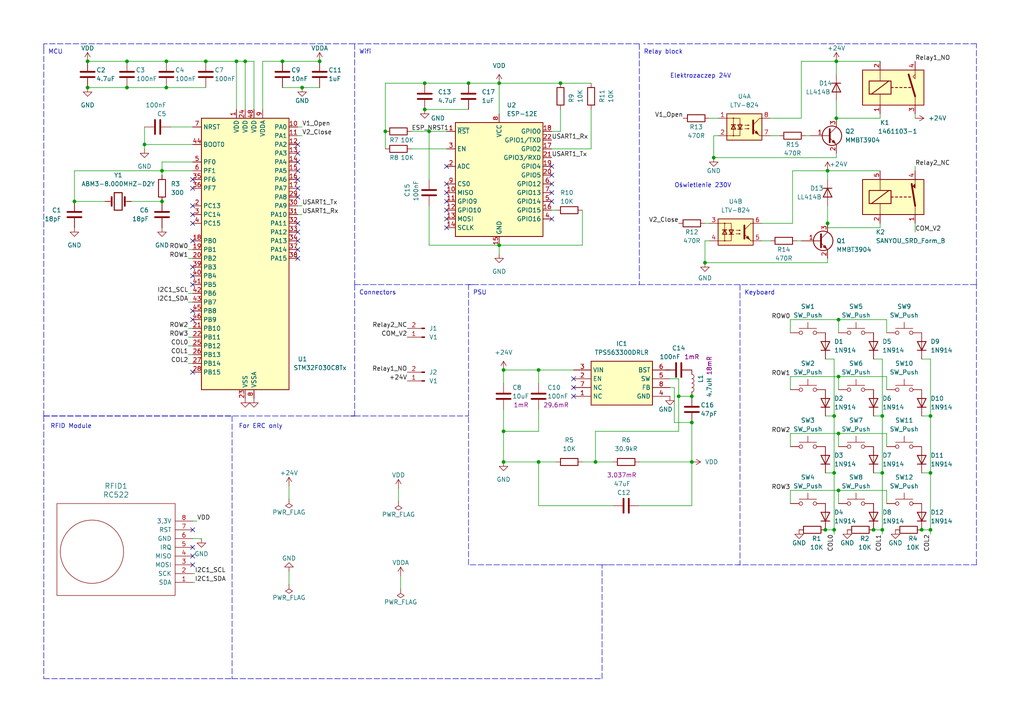
<source format=kicad_sch>
(kicad_sch (version 20230121) (generator eeschema)
  (paper "A4")
  (title_block (title "Prototyp układu kontroli dostępu") (rev "v1.0") (company "Kacper Nowaczyk Robert Dobrowolski"))
  (junction (at 146.05 125.095))
  (junction (at 242.57 17.78))
  (junction (at 123.19 24.13))
  (junction (at 92.71 17.78))
  (junction (at 269.875 137.16))
  (junction (at 204.47 76.2))
  (junction (at 200.66 114.935))
  (junction (at 135.89 24.13))
  (junction (at 46.99 58.42))
  (junction (at 242.57 34.29))
  (junction (at 146.05 133.985))
  (junction (at 68.58 17.78))
  (junction (at 59.69 17.78))
  (junction (at 36.83 17.78))
  (junction (at 156.21 133.985))
  (junction (at 123.19 31.75))
  (junction (at 146.05 107.315))
  (junction (at 241.935 137.16))
  (junction (at 200.66 133.985))
  (junction (at 172.72 133.985))
  (junction (at 144.78 24.13))
  (junction (at 243.205 109.22))
  (junction (at 81.915 17.78))
  (junction (at 87.63 25.4))
  (junction (at 48.26 17.78))
  (junction (at 240.03 49.53))
  (junction (at 239.395 153.67))
  (junction (at 207.01 45.72))
  (junction (at 111.76 38.1))
  (junction (at 255.905 137.16))
  (junction (at 21.59 58.42))
  (junction (at 241.935 153.67))
  (junction (at 156.21 107.315))
  (junction (at 269.875 120.65))
  (junction (at 255.905 120.65))
  (junction (at 162.56 24.13))
  (junction (at 243.205 125.73))
  (junction (at 241.935 120.65))
  (junction (at 243.205 92.71))
  (junction (at 25.4 17.78))
  (junction (at 196.85 114.935))
  (junction (at 46.99 49.53))
  (junction (at 253.365 153.67))
  (junction (at 200.66 122.555))
  (junction (at 144.78 71.12))
  (junction (at 71.12 17.78))
  (junction (at 124.46 38.1))
  (junction (at 255.905 153.67))
  (junction (at 25.4 25.4))
  (junction (at 41.91 41.91))
  (junction (at 267.335 153.67))
  (junction (at 243.205 142.24))
  (junction (at 48.26 25.4))
  (junction (at 269.875 153.67))
  (junction (at 240.03 64.77))
  (junction (at 36.83 25.4))
  (no_connect (at 86.36 52.07))
  (no_connect (at 55.88 107.95))
  (no_connect (at 55.88 153.67))
  (no_connect (at 86.36 74.93))
  (no_connect (at 129.54 58.42))
  (no_connect (at 166.37 112.395))
  (no_connect (at 86.36 72.39))
  (no_connect (at 55.88 59.69))
  (no_connect (at 55.88 158.75))
  (no_connect (at 55.88 90.17))
  (no_connect (at 160.02 50.8))
  (no_connect (at 55.88 54.61))
  (no_connect (at 160.02 63.5))
  (no_connect (at 166.37 109.855))
  (no_connect (at 86.36 57.15))
  (no_connect (at 129.54 55.88))
  (no_connect (at 86.36 54.61))
  (no_connect (at 86.36 46.99))
  (no_connect (at 55.88 80.01))
  (no_connect (at 86.36 49.53))
  (no_connect (at 86.36 64.77))
  (no_connect (at 160.02 55.88))
  (no_connect (at 55.88 52.07))
  (no_connect (at 55.88 161.29))
  (no_connect (at 166.37 114.935))
  (no_connect (at 86.36 67.31))
  (no_connect (at 55.88 69.85))
  (no_connect (at 55.88 82.55))
  (no_connect (at 160.02 58.42))
  (no_connect (at 129.54 48.26))
  (no_connect (at 129.54 53.34))
  (no_connect (at 129.54 60.96))
  (no_connect (at 86.36 41.91))
  (no_connect (at 55.88 64.77))
  (no_connect (at 55.88 92.71))
  (no_connect (at 86.36 69.85))
  (no_connect (at 55.88 62.23))
  (no_connect (at 86.36 44.45))
  (no_connect (at 55.88 77.47))
  (no_connect (at 129.54 66.04))
  (no_connect (at 129.54 63.5))
  (no_connect (at 160.02 53.34))
  (no_connect (at 160.02 48.26))
  (no_connect (at 55.88 163.83))
  (wire (pts (xy 48.26 17.78) (xy 59.69 17.78)))
  (wire (pts (xy 241.935 104.14) (xy 241.935 120.65)))
  (wire (pts (xy 119.38 43.18) (xy 129.54 43.18)))
  (wire (pts (xy 21.59 49.53) (xy 21.59 58.42)))
  (wire (pts (xy 207.01 39.37) (xy 208.28 39.37)))
  (wire (pts (xy 200.66 133.985) (xy 185.42 133.985)))
  (wire (pts (xy 232.41 34.29) (xy 232.41 17.78)))
  (wire (pts (xy 267.335 120.65) (xy 269.875 120.65)))
  (wire (pts (xy 21.59 49.53) (xy 46.99 49.53)))
  (wire (pts (xy 156.21 146.685) (xy 156.21 133.985)))
  (wire (pts (xy 162.56 24.13) (xy 171.45 24.13)))
  (wire (pts (xy 196.85 114.935) (xy 196.85 125.095)))
  (wire (pts (xy 83.82 165.735) (xy 83.82 169.545)))
  (wire (pts (xy 41.91 41.91) (xy 41.91 43.18)))
  (wire (pts (xy 196.85 114.935) (xy 200.66 114.935)))
  (polyline (pts (xy 12.7 196.85) (xy 67.31 196.85)) (stroke (width 0) (type dash)))
  (wire (pts (xy 242.57 44.45) (xy 242.57 45.72)))
  (wire (pts (xy 242.57 34.29) (xy 255.27 34.29)))
  (polyline (pts (xy 174.625 163.83) (xy 135.89 163.83)) (stroke (width 0) (type dash)))
  (wire (pts (xy 205.74 34.29) (xy 208.28 34.29)))
  (wire (pts (xy 257.175 92.71) (xy 243.205 92.71)))
  (wire (pts (xy 194.31 109.855) (xy 196.85 109.855)))
  (wire (pts (xy 257.175 142.24) (xy 243.205 142.24)))
  (wire (pts (xy 243.205 109.22) (xy 243.205 113.03)))
  (polyline (pts (xy 135.89 163.83) (xy 135.89 120.65)) (stroke (width 0) (type dash)))
  (wire (pts (xy 269.875 120.65) (xy 269.875 137.16)))
  (wire (pts (xy 242.57 17.78) (xy 255.27 17.78)))
  (polyline (pts (xy 214.63 163.83) (xy 213.995 163.83)))
  (polyline (pts (xy 67.31 196.85) (xy 174.625 196.85)) (stroke (width 0) (type dash)))
  (wire (pts (xy 241.935 137.16) (xy 241.935 153.67)))
  (wire (pts (xy 156.21 118.745) (xy 156.21 125.095)))
  (polyline (pts (xy 283.21 82.55) (xy 283.21 12.7)) (stroke (width 0) (type dash)))
  (wire (pts (xy 46.99 50.8) (xy 46.99 49.53)))
  (wire (pts (xy 171.45 43.18) (xy 171.45 31.75)))
  (wire (pts (xy 86.36 39.37) (xy 87.63 39.37)))
  (wire (pts (xy 55.88 46.99) (xy 46.99 46.99)))
  (wire (pts (xy 156.21 133.985) (xy 161.29 133.985)))
  (wire (pts (xy 269.875 153.67) (xy 269.875 154.94)))
  (wire (pts (xy 146.05 133.985) (xy 156.21 133.985)))
  (wire (pts (xy 185.42 146.685) (xy 200.66 146.685)))
  (wire (pts (xy 204.47 64.77) (xy 205.74 64.77)))
  (wire (pts (xy 240.03 66.04) (xy 240.03 64.77)))
  (wire (pts (xy 49.53 36.83) (xy 55.88 36.83)))
  (wire (pts (xy 146.05 125.095) (xy 146.05 133.985)))
  (wire (pts (xy 56.515 166.37) (xy 55.88 166.37)))
  (wire (pts (xy 111.76 24.13) (xy 111.76 38.1)))
  (wire (pts (xy 204.47 69.85) (xy 205.74 69.85)))
  (wire (pts (xy 54.61 87.63) (xy 55.88 87.63)))
  (wire (pts (xy 229.235 109.22) (xy 229.235 113.03)))
  (wire (pts (xy 58.42 156.21) (xy 55.88 156.21)))
  (wire (pts (xy 243.205 146.05) (xy 243.205 142.24)))
  (wire (pts (xy 229.235 92.71) (xy 229.235 96.52)))
  (wire (pts (xy 87.63 25.4) (xy 92.71 25.4)))
  (wire (pts (xy 229.235 125.73) (xy 229.235 129.54)))
  (polyline (pts (xy 174.625 196.85) (xy 174.625 163.83)) (stroke (width 0) (type dash)))
  (wire (pts (xy 124.46 71.12) (xy 144.78 71.12)))
  (wire (pts (xy 135.89 24.13) (xy 144.78 24.13)))
  (wire (pts (xy 240.03 74.93) (xy 240.03 76.2)))
  (wire (pts (xy 257.175 109.22) (xy 243.205 109.22)))
  (wire (pts (xy 86.36 59.69) (xy 87.63 59.69)))
  (wire (pts (xy 255.905 120.65) (xy 255.905 137.16)))
  (wire (pts (xy 253.365 153.67) (xy 255.905 153.67)))
  (wire (pts (xy 241.935 120.65) (xy 241.935 137.16)))
  (polyline (pts (xy 102.87 12.7) (xy 12.7 12.7)) (stroke (width 0) (type dash)))
  (wire (pts (xy 81.915 17.78) (xy 92.71 17.78)))
  (wire (pts (xy 73.66 17.78) (xy 73.66 31.75)))
  (wire (pts (xy 240.03 49.53) (xy 255.27 49.53)))
  (wire (pts (xy 146.05 118.745) (xy 146.05 125.095)))
  (wire (pts (xy 54.61 95.25) (xy 55.88 95.25)))
  (polyline (pts (xy 67.31 120.65) (xy 67.31 196.85)) (stroke (width 0) (type dash)))
  (wire (pts (xy 239.395 153.67) (xy 241.935 153.67)))
  (wire (pts (xy 223.52 39.37) (xy 226.06 39.37)))
  (wire (pts (xy 146.05 107.315) (xy 146.05 111.125)))
  (wire (pts (xy 267.335 137.16) (xy 269.875 137.16)))
  (wire (pts (xy 36.83 25.4) (xy 48.26 25.4)))
  (wire (pts (xy 229.87 64.77) (xy 220.98 64.77)))
  (polyline (pts (xy 185.42 12.7) (xy 185.42 15.24)) (stroke (width 0) (type dash)))
  (polyline (pts (xy 102.87 12.7) (xy 102.87 82.55)) (stroke (width 0) (type dash)))
  (wire (pts (xy 123.19 24.13) (xy 111.76 24.13)))
  (wire (pts (xy 239.395 104.14) (xy 241.935 104.14)))
  (wire (pts (xy 257.175 146.05) (xy 257.175 142.24)))
  (wire (pts (xy 207.01 45.72) (xy 207.01 39.37)))
  (polyline (pts (xy 174.625 163.83) (xy 176.53 163.83)) (stroke (width 0) (type dash)))
  (wire (pts (xy 229.87 49.53) (xy 240.03 49.53)))
  (wire (pts (xy 54.61 100.33) (xy 55.88 100.33)))
  (wire (pts (xy 54.61 85.09) (xy 55.88 85.09)))
  (wire (pts (xy 71.12 17.78) (xy 71.12 31.75)))
  (polyline (pts (xy 12.7 120.65) (xy 102.87 120.65)) (stroke (width 0) (type dash)))
  (polyline (pts (xy 185.42 12.7) (xy 102.87 12.7)) (stroke (width 0) (type dash)))
  (wire (pts (xy 243.205 125.73) (xy 257.175 125.73)))
  (polyline (pts (xy 12.7 13.97) (xy 12.7 120.65)) (stroke (width 0) (type dash)))
  (wire (pts (xy 55.88 49.53) (xy 46.99 49.53)))
  (wire (pts (xy 146.05 125.095) (xy 156.21 125.095)))
  (wire (pts (xy 243.205 142.24) (xy 229.235 142.24)))
  (wire (pts (xy 269.875 137.16) (xy 269.875 153.67)))
  (wire (pts (xy 36.83 17.78) (xy 48.26 17.78)))
  (wire (pts (xy 240.03 59.69) (xy 240.03 64.77)))
  (wire (pts (xy 242.57 17.78) (xy 242.57 21.59)))
  (wire (pts (xy 229.235 142.24) (xy 229.235 146.05)))
  (wire (pts (xy 194.31 112.395) (xy 195.58 112.395)))
  (wire (pts (xy 255.905 104.14) (xy 255.905 120.65)))
  (wire (pts (xy 54.61 72.39) (xy 55.88 72.39)))
  (wire (pts (xy 144.78 73.66) (xy 144.78 71.12)))
  (wire (pts (xy 255.905 153.67) (xy 255.905 154.94)))
  (wire (pts (xy 200.66 122.555) (xy 200.66 133.985)))
  (wire (pts (xy 269.875 104.14) (xy 269.875 120.65)))
  (wire (pts (xy 38.1 58.42) (xy 46.99 58.42)))
  (wire (pts (xy 144.78 33.02) (xy 144.78 24.13)))
  (polyline (pts (xy 135.89 120.65) (xy 135.89 82.55)) (stroke (width 0) (type dash)))
  (wire (pts (xy 232.41 17.78) (xy 242.57 17.78)))
  (wire (pts (xy 123.19 31.75) (xy 135.89 31.75)))
  (wire (pts (xy 76.2 17.78) (xy 81.915 17.78)))
  (wire (pts (xy 172.72 133.985) (xy 177.8 133.985)))
  (wire (pts (xy 146.05 107.315) (xy 156.21 107.315)))
  (wire (pts (xy 194.31 107.315) (xy 193.04 107.315)))
  (wire (pts (xy 54.61 105.41) (xy 55.88 105.41)))
  (wire (pts (xy 265.43 49.53) (xy 265.43 48.26)))
  (wire (pts (xy 243.205 92.71) (xy 229.235 92.71)))
  (polyline (pts (xy 185.42 15.24) (xy 185.42 82.55)) (stroke (width 0) (type dash)))
  (wire (pts (xy 83.82 140.97) (xy 83.82 144.78)))
  (wire (pts (xy 71.12 17.78) (xy 68.58 17.78)))
  (wire (pts (xy 172.72 125.095) (xy 172.72 133.985)))
  (wire (pts (xy 196.85 125.095) (xy 172.72 125.095)))
  (wire (pts (xy 195.58 122.555) (xy 200.66 122.555)))
  (wire (pts (xy 81.915 25.4) (xy 87.63 25.4)))
  (wire (pts (xy 243.205 129.54) (xy 243.205 125.73)))
  (wire (pts (xy 124.46 59.69) (xy 124.46 71.12)))
  (wire (pts (xy 267.335 104.14) (xy 269.875 104.14)))
  (wire (pts (xy 253.365 120.65) (xy 255.905 120.65)))
  (wire (pts (xy 162.56 38.1) (xy 162.56 31.75)))
  (wire (pts (xy 267.335 153.67) (xy 269.875 153.67)))
  (wire (pts (xy 229.235 125.73) (xy 243.205 125.73)))
  (wire (pts (xy 204.47 76.2) (xy 204.47 69.85)))
  (wire (pts (xy 21.59 58.42) (xy 30.48 58.42)))
  (wire (pts (xy 207.01 45.72) (xy 242.57 45.72)))
  (wire (pts (xy 223.52 34.29) (xy 232.41 34.29)))
  (wire (pts (xy 243.205 96.52) (xy 243.205 92.71)))
  (wire (pts (xy 156.21 107.315) (xy 166.37 107.315)))
  (wire (pts (xy 115.57 141.605) (xy 115.57 145.415)))
  (wire (pts (xy 204.47 76.2) (xy 240.03 76.2)))
  (wire (pts (xy 41.91 41.91) (xy 55.88 41.91)))
  (polyline (pts (xy 214.63 82.55) (xy 214.63 163.83)) (stroke (width 0) (type dash)))
  (wire (pts (xy 123.19 24.13) (xy 135.89 24.13)))
  (polyline (pts (xy 102.87 82.55) (xy 102.87 120.65)) (stroke (width 0) (type dash)))
  (wire (pts (xy 111.76 38.1) (xy 111.76 43.18)))
  (wire (pts (xy 229.235 109.22) (xy 243.205 109.22)))
  (polyline (pts (xy 176.53 163.83) (xy 283.21 163.83)) (stroke (width 0) (type dash)))
  (wire (pts (xy 196.85 109.855) (xy 196.85 114.935)))
  (wire (pts (xy 86.36 62.23) (xy 87.63 62.23)))
  (wire (pts (xy 119.38 38.1) (xy 124.46 38.1)))
  (wire (pts (xy 257.175 129.54) (xy 257.175 125.73)))
  (wire (pts (xy 156.21 107.315) (xy 156.21 111.125)))
  (wire (pts (xy 124.46 38.1) (xy 129.54 38.1)))
  (wire (pts (xy 59.69 17.78) (xy 68.58 17.78)))
  (wire (pts (xy 257.175 113.03) (xy 257.175 109.22)))
  (wire (pts (xy 160.02 43.18) (xy 171.45 43.18)))
  (wire (pts (xy 239.395 120.65) (xy 241.935 120.65)))
  (wire (pts (xy 46.99 46.99) (xy 46.99 49.53)))
  (wire (pts (xy 255.27 66.04) (xy 255.27 64.77)))
  (wire (pts (xy 239.395 137.16) (xy 241.935 137.16)))
  (wire (pts (xy 54.61 97.79) (xy 55.88 97.79)))
  (wire (pts (xy 242.57 29.21) (xy 242.57 34.29)))
  (wire (pts (xy 56.515 168.91) (xy 55.88 168.91)))
  (wire (pts (xy 253.365 104.14) (xy 255.905 104.14)))
  (wire (pts (xy 229.87 64.77) (xy 229.87 49.53)))
  (polyline (pts (xy 283.21 163.83) (xy 283.21 82.55)) (stroke (width 0) (type dash)))
  (wire (pts (xy 144.78 24.13) (xy 162.56 24.13)))
  (wire (pts (xy 265.43 34.29) (xy 265.43 33.02)))
  (wire (pts (xy 54.61 74.93) (xy 55.88 74.93)))
  (wire (pts (xy 76.2 17.78) (xy 76.2 31.75)))
  (wire (pts (xy 255.905 137.16) (xy 255.905 153.67)))
  (wire (pts (xy 160.02 38.1) (xy 162.56 38.1)))
  (polyline (pts (xy 283.21 12.7) (xy 186.69 12.7)) (stroke (width 0) (type dash)))
  (wire (pts (xy 233.68 39.37) (xy 234.95 39.37)))
  (wire (pts (xy 86.36 36.83) (xy 87.63 36.83)))
  (wire (pts (xy 25.4 17.78) (xy 36.83 17.78)))
  (wire (pts (xy 253.365 137.16) (xy 255.905 137.16)))
  (polyline (pts (xy 102.87 120.65) (xy 135.89 120.65)) (stroke (width 0) (type dash)))
  (wire (pts (xy 68.58 17.78) (xy 68.58 31.75)))
  (wire (pts (xy 231.14 69.85) (xy 232.41 69.85)))
  (polyline (pts (xy 185.42 82.55) (xy 283.21 82.55)) (stroke (width 0) (type dash)))
  (wire (pts (xy 168.91 60.96) (xy 168.91 71.12)))
  (wire (pts (xy 255.27 34.29) (xy 255.27 33.02)))
  (wire (pts (xy 168.91 133.985) (xy 172.72 133.985)))
  (wire (pts (xy 240.03 49.53) (xy 240.03 52.07)))
  (wire (pts (xy 25.4 25.4) (xy 36.83 25.4)))
  (polyline (pts (xy 12.7 12.7) (xy 12.7 13.97)) (stroke (width 0) (type dash)))
  (wire (pts (xy 71.12 17.78) (xy 73.66 17.78)))
  (wire (pts (xy 257.175 96.52) (xy 257.175 92.71)))
  (polyline (pts (xy 102.87 82.55) (xy 185.42 82.55)) (stroke (width 0) (type dash)))
  (polyline (pts (xy 102.87 120.65) (xy 101.6 120.65)) (stroke (width 0) (type dash)))
  (wire (pts (xy 124.46 52.07) (xy 124.46 38.1)))
  (polyline (pts (xy 12.7 120.65) (xy 67.31 120.65)) (stroke (width 0) (type dash)))
  (wire (pts (xy 265.43 64.77) (xy 265.43 67.31)))
  (wire (pts (xy 241.935 153.67) (xy 241.935 154.94)))
  (wire (pts (xy 160.02 60.96) (xy 161.29 60.96)))
  (polyline (pts (xy 12.7 120.65) (xy 12.7 196.85)) (stroke (width 0) (type dash)))
  (wire (pts (xy 48.26 25.4) (xy 59.69 25.4)))
  (wire (pts (xy 41.91 36.83) (xy 41.91 41.91)))
  (polyline (pts (xy 135.89 82.55) (xy 137.16 82.55)) (stroke (width 0) (type dash)))
  (wire (pts (xy 220.98 69.85) (xy 223.52 69.85)))
  (wire (pts (xy 177.8 146.685) (xy 156.21 146.685)))
  (wire (pts (xy 200.66 146.685) (xy 200.66 133.985)))
  (polyline (pts (xy 176.53 163.83) (xy 176.53 163.83)) (stroke (width 0) (type dash)))
  (wire (pts (xy 116.205 167.005) (xy 116.205 170.815)))
  (wire (pts (xy 54.61 102.87) (xy 55.88 102.87)))
  (wire (pts (xy 55.88 151.13) (xy 57.15 151.13)))
  (wire (pts (xy 144.78 71.12) (xy 168.91 71.12)))
  (wire (pts (xy 240.03 66.04) (xy 255.27 66.04)))
  (wire (pts (xy 195.58 112.395) (xy 195.58 122.555)))
  (text "Wifi\n" (at 104.14 15.875 0) (effects (font (size 1.27 1.27)) (justify left bottom)))
  (text "For ERC only\n" (at 69.215 124.46 0) (effects (font (size 1.27 1.27)) (justify left bottom)))
  (text "Keyboard\n" (at 215.9 85.725 0) (effects (font (size 1.27 1.27)) (justify left bottom)))
  (text "Elektrozaczep 24V\n" (at 194.31 22.86 0) (effects (font (size 1.27 1.27)) (justify left bottom)))
  (text "Connectors\n" (at 104.14 85.725 0) (effects (font (size 1.27 1.27)) (justify left bottom)))
  (text "PSU\n" (at 137.16 85.725 0) (effects (font (size 1.27 1.27)) (justify left bottom)))
  (text "MCU\n" (at 13.97 15.875 0) (effects (font (size 1.27 1.27)) (justify left bottom)))
  (text "Relay block\n" (at 186.69 15.875 0) (effects (font (size 1.27 1.27)) (justify left bottom)))
  (text "RFID Module\n" (at 14.605 124.46 0) (effects (font (size 1.27 1.27)) (justify left bottom)))
  (text "Oświetlenie 230V\n" (at 195.58 54.61 0) (effects (font (size 1.27 1.27)) (justify left bottom)))
  (label "ROW1" (at 54.61 74.93 180))
  (label "COM_V2" (at 118.11 97.79 180))
  (label "ROW0" (at 54.61 72.39 180))
  (label "V2_Close" (at 87.63 39.37 0))
  (label "VDD" (at 57.15 151.13 0))
  (label "ROW1" (at 229.235 109.22 180))
  (label "ROW2" (at 229.235 125.73 180))
  (label "ROW3" (at 54.61 97.79 180))
  (label "Relay2_NC" (at 265.43 48.26 0))
  (label "USART1_Tx" (at 87.63 59.69 0))
  (label "USART1_Rx" (at 87.63 62.23 0))
  (label "V1_Open" (at 198.12 34.29 180))
  (label "ROW0" (at 229.235 92.71 180))
  (label "I2C1_SCL" (at 56.515 166.37 0))
  (label "ROW3" (at 229.235 142.24 180))
  (label "I2C1_SDA" (at 56.515 168.91 0))
  (label "Relay2_NC" (at 118.11 95.25 180))
  (label "+24V" (at 118.11 110.49 180))
  (label "COL1" (at 255.905 154.94 270))
  (label "USART1_Tx" (at 160.02 45.72 0))
  (label "V1_Open" (at 87.63 36.83 0))
  (label "COL2" (at 269.875 154.94 270))
  (label "V2_Close" (at 196.85 64.77 180))
  (label "I2C1_SDA" (at 54.61 87.63 180))
  (label "USART1_Rx" (at 160.02 40.64 0))
  (label "COL1" (at 54.61 102.87 180))
  (label "COM_V2" (at 265.43 67.31 0))
  (label "COL0" (at 54.61 100.33 180))
  (label "Relay1_NO" (at 118.11 107.95 180))
  (label "I2C1_SCL" (at 54.61 85.09 180))
  (label "ESP_NRST1" (at 119.38 38.1 0))
  (label "COL2" (at 54.61 105.41 180))
  (label "Relay1_NO" (at 265.43 17.78 0))
  (label "ROW2" (at 54.61 95.25 180))
  (label "COL0" (at 241.935 154.94 270))
  (symbol (lib_id "Switch:SW_Push") (at 248.285 96.52 0) (unit 1)
    (property "Reference" "SW5" (at 248.285 88.9 0))
    (property "Value" "SW_Push" (at 248.285 91.44 0))
    (property "Footprint" "Button_Switch_SMD:SW_DIP_SPSTx01_Slide_Copal_CHS-01A_W5.08mm_P1.27mm_JPin" (effects hide))
  )
  (symbol (lib_id "power:VDD") (at 144.78 24.13 0) (unit 1)
    (property "Reference" "#PWR021" (effects hide))
    (property "Value" "VDD" (at 144.78 19.05 0))
  )
  (symbol (lib_id "Device:C") (at 181.61 146.685 90) (unit 1)
    (property "Reference" "C12" (at 182.88 142.875 90) (effects (justify left)))
    (property "Value" "47uF" (at 182.88 140.335 90) (effects (justify left)))
    (property "Footprint" "Capacitor_SMD:C_0603_1608Metric_Pad1.08x0.95mm_HandSolder" (effects hide))
    (property "ESR" "3.037mR" (at 180.34 137.795 90))
  )
  (symbol (lib_id "power:VDD") (at 25.4 17.78 0) (unit 1)
    (property "Reference" "#PWR03" (effects hide))
    (property "Value" "VDD" (at 25.4 13.97 0))
  )
  (symbol (lib_id "Diode:1N914") (at 267.335 149.86 90) (unit 1)
    (property "Reference" "D12" (at 269.875 148.59 90) (effects (justify right)))
    (property "Value" "1N914" (at 269.875 151.13 90) (effects (justify right)))
    (property "Footprint" "Diode_THT:D_DO-35_SOD27_P7.62mm_Horizontal" (effects hide))
    (property "Datasheet" "http://www.vishay.com/docs/85622/1n914.pdf" (effects hide))
    (property "Sim.Device" "D" (effects hide))
    (property "Sim.Pins" "1=K 2=A" (effects hide))
  )
  (symbol (lib_id "power:GND") (at 123.19 31.75 0) (unit 1)
    (property "Reference" "#PWR016" (effects hide))
    (property "Value" "GND" (at 127 34.29 0))
  )
  (symbol (lib_id "power:VDD") (at 115.57 141.605 0) (unit 1)
    (property "Reference" "#PWR027" (effects hide))
    (property "Value" "VDD" (at 115.57 137.795 0))
  )
  (symbol (lib_id "Device:C") (at 46.99 62.23 0) (mirror x) (unit 1)
    (property "Reference" "C6" (at 43.18 60.96 0) (effects (justify right)))
    (property "Value" "18pF" (at 43.18 63.5 0) (effects (justify right)))
    (property "Footprint" "Capacitor_SMD:C_0603_1608Metric_Pad1.08x0.95mm_HandSolder" (effects hide))
  )
  (symbol (lib_id "Switch:SW_Push") (at 248.285 146.05 0) (unit 1)
    (property "Reference" "SW8" (at 248.285 138.43 0))
    (property "Value" "SW_Push" (at 248.285 140.97 0))
    (property "Footprint" "Button_Switch_SMD:SW_DIP_SPSTx01_Slide_Copal_CHS-01A_W5.08mm_P1.27mm_JPin" (effects hide))
  )
  (symbol (lib_id "Diode:1N914") (at 239.395 100.33 90) (unit 1)
    (property "Reference" "D1" (at 241.935 99.06 90) (effects (justify right)))
    (property "Value" "1N914" (at 241.935 101.6 90) (effects (justify right)))
    (property "Footprint" "Diode_THT:D_DO-35_SOD27_P7.62mm_Horizontal" (effects hide))
    (property "Datasheet" "http://www.vishay.com/docs/85622/1n914.pdf" (effects hide))
    (property "Sim.Device" "D" (effects hide))
    (property "Sim.Pins" "1=K 2=A" (effects hide))
  )
  (symbol (lib_id "Relay:SANYOU_SRD_Form_B") (at 260.35 57.15 0) (unit 1)
    (property "Reference" "K2" (at 254 67.31 0) (effects (justify left)))
    (property "Value" "SANYOU_SRD_Form_B" (at 254 69.85 0) (effects (justify left)))
    (property "Footprint" "Relay_THT:Relay_SPST_SANYOU_SRD_Series_Form_B" (effects hide))
    (property "Datasheet" "http://www.sanyourelay.ca/public/products/pdf/SRD.pdf" (effects hide))
  )
  (symbol (lib_id "Device:C") (at 59.69 21.59 0) (unit 1)
    (property "Reference" "C7" (at 62.23 20.32 0) (effects (justify left)))
    (property "Value" "100nF" (at 62.23 22.86 0) (effects (justify left)))
    (property "Footprint" "Capacitor_SMD:C_0603_1608Metric_Pad1.08x0.95mm_HandSolder" (effects hide))
  )
  (symbol (lib_id "Device:C") (at 123.19 27.94 0) (unit 1)
    (property "Reference" "C13" (at 127 26.67 0) (effects (justify left)))
    (property "Value" "4.7uF" (at 127 29.21 0) (effects (justify left)))
    (property "Footprint" "Capacitor_SMD:C_0603_1608Metric_Pad1.08x0.95mm_HandSolder" (effects hide))
  )
  (symbol (lib_id "Device:R") (at 165.1 133.985 90) (unit 1)
    (property "Reference" "R5" (at 165.1 127.635 90))
    (property "Value" "10K" (at 165.1 130.175 90))
    (property "Footprint" "Resistor_SMD:R_0603_1608Metric_Pad0.98x0.95mm_HandSolder" (effects hide))
  )
  (symbol (lib_id "Device:R") (at 263.525 153.67 90) (unit 1)
    (property "Reference" "R4" (at 264.795 156.21 90))
    (property "Value" "10K" (at 264.795 158.75 90))
    (property "Footprint" "Resistor_SMD:R_0603_1608Metric_Pad0.98x0.95mm_HandSolder" (effects hide))
  )
  (symbol (lib_id "power:GND") (at 146.05 133.985 0) (unit 1)
    (property "Reference" "#PWR011" (effects hide))
    (property "Value" "GND" (at 146.05 139.065 0))
  )
  (symbol (lib_id "power:GND") (at 144.78 73.66 0) (unit 1)
    (property "Reference" "#PWR022" (effects hide))
    (property "Value" "GND" (at 144.78 78.74 0))
  )
  (symbol (lib_id "Device:R") (at 46.99 54.61 0) (unit 1)
    (property "Reference" "R3" (at 49.53 53.34 0) (effects (justify left)))
    (property "Value" "300" (at 49.53 55.88 0) (effects (justify left)))
    (property "Footprint" "Resistor_SMD:R_0603_1608Metric" (effects hide))
  )
  (symbol (lib_id "power:GND") (at 83.82 165.735 180) (unit 1)
    (property "Reference" "#PWR037" (effects hide))
    (property "Value" "GND" (at 83.82 161.925 0))
  )
  (symbol (lib_id "Connector:Conn_01x02_Pin") (at 123.19 110.49 180) (unit 1)
    (property "Reference" "J2" (at 124.46 107.95 0) (effects (justify right)))
    (property "Value" "V1" (at 124.46 110.49 0) (effects (justify right)))
    (property "Footprint" "TerminalBlock_TE-Connectivity:TerminalBlock_TE_282834-2_1x02_P2.54mm_Horizontal" (effects hide))
  )
  (symbol (lib_id "Transistor_BJT:MMBT3904") (at 240.03 39.37 0) (unit 1)
    (property "Reference" "Q2" (at 245.11 38.1 0) (effects (justify left)))
    (property "Value" "MMBT3904" (at 245.11 40.64 0) (effects (justify left)))
    (property "Footprint" "Package_TO_SOT_SMD:SOT-23" (effects hide))
    (property "Datasheet" "https://www.onsemi.com/pdf/datasheet/pzt3904-d.pdf" (effects hide))
  )
  (symbol (lib_id "My_Library:RC522") (at 20.32 160.02 270) (unit 1)
    (property "Reference" "RFID1" (at 33.655 140.97 90) (effects (font (size 1.524 1.524))))
    (property "Value" "RC522" (at 33.655 143.51 90) (effects (font (size 1.524 1.524))))
    (property "Footprint" "My_Footprints_Library:RC522_I2C_B30x20mm" (effects hide))
  )
  (symbol (lib_id "Device:C") (at 81.915 21.59 0) (unit 1)
    (property "Reference" "C9" (at 84.455 20.32 0) (effects (justify left)))
    (property "Value" "10nF" (at 84.455 22.86 0) (effects (justify left)))
    (property "Footprint" "Capacitor_SMD:C_0603_1608Metric_Pad1.08x0.95mm_HandSolder" (effects hide))
  )
  (symbol (lib_id "power:GND") (at 87.63 25.4 0) (unit 1)
    (property "Reference" "#PWR013" (effects hide))
    (property "Value" "GND" (at 87.63 29.21 0))
  )
  (symbol (lib_id "Switch:SW_Push") (at 248.285 129.54 0) (unit 1)
    (property "Reference" "SW7" (at 248.285 121.92 0))
    (property "Value" "SW_Push" (at 248.285 124.46 0))
    (property "Footprint" "Button_Switch_SMD:SW_DIP_SPSTx01_Slide_Copal_CHS-01A_W5.08mm_P1.27mm_JPin" (effects hide))
  )
  (symbol (lib_id "power:VDDA") (at 92.71 17.78 0) (unit 1)
    (property "Reference" "#PWR014" (effects hide))
    (property "Value" "VDDA" (at 92.71 13.97 0))
  )
  (symbol (lib_id "Device:Crystal") (at 34.29 58.42 0) (unit 1)
    (property "Reference" "Y1" (at 34.29 50.8 0))
    (property "Value" "ABM3-8.000MHZ-D2Y" (at 34.29 53.34 0))
    (property "Footprint" "Crystal:Crystal_SMD_Abracon_ABM3-2Pin_5.0x3.2mm_HandSoldering" (effects hide))
  )
  (symbol (lib_id "MCU_ST_STM32F0:STM32F030C8Tx") (at 71.12 74.93 0) (unit 1)
    (property "Reference" "U1" (at 86.36 104.14 0) (effects (justify left)))
    (property "Value" "STM32F030C8Tx" (at 85.09 106.68 0) (effects (justify left)))
    (property "Footprint" "Package_QFP:LQFP-48_7x7mm_P0.5mm" (effects hide))
    (property "Datasheet" "https://www.st.com/resource/en/datasheet/stm32f030c8.pdf" (effects hide))
  )
  (symbol (lib_id "Device:R") (at 200.66 64.77 90) (unit 1)
    (property "Reference" "R12" (at 200.66 67.31 90))
    (property "Value" "470R" (at 200.66 69.85 90))
    (property "Footprint" "Resistor_SMD:R_0603_1608Metric_Pad0.98x0.95mm_HandSolder" (effects hide))
  )
  (symbol (lib_id "Device:C") (at 124.46 55.88 0) (unit 1)
    (property "Reference" "C15" (at 118.11 57.15 90) (effects (justify left)))
    (property "Value" "100nF" (at 120.65 58.42 90) (effects (justify left)))
    (property "Footprint" "Capacitor_SMD:C_0603_1608Metric_Pad1.08x0.95mm_HandSolder" (effects hide))
  )
  (symbol (lib_id "Device:C") (at 146.05 114.935 0) (unit 1)
    (property "Reference" "C8" (at 148.59 112.395 0) (effects (justify left)))
    (property "Value" "10uF" (at 148.59 114.935 0) (effects (justify left)))
    (property "Footprint" "Capacitor_SMD:C_0603_1608Metric_Pad1.08x0.95mm_HandSolder" (effects hide))
    (property "ESR" "1mR" (at 151.13 117.475 0))
  )
  (symbol (lib_id "Device:C") (at 135.89 27.94 0) (unit 1)
    (property "Reference" "C17" (at 139.7 26.67 0) (effects (justify left)))
    (property "Value" "1uF" (at 139.7 29.21 0) (effects (justify left)))
    (property "Footprint" "Capacitor_SMD:C_0603_1608Metric_Pad1.08x0.95mm_HandSolder" (effects hide))
  )
  (symbol (lib_id "power:GND") (at 194.31 114.935 0) (unit 1)
    (property "Reference" "#PWR015" (effects hide))
    (property "Value" "GND" (at 193.04 118.745 0))
  )
  (symbol (lib_id "power:GND") (at 245.745 153.67 0) (unit 1)
    (property "Reference" "#PWR05" (effects hide))
    (property "Value" "GND" (at 245.745 157.48 0))
  )
  (symbol (lib_id "Device:R") (at 115.57 38.1 270) (unit 1)
    (property "Reference" "R7" (at 114.3 40.64 90))
    (property "Value" "10K" (at 118.11 40.64 90))
    (property "Footprint" "Resistor_SMD:R_0603_1608Metric_Pad0.98x0.95mm_HandSolder" (effects hide))
  )
  (symbol (lib_id "Connector:Conn_01x02_Pin") (at 123.19 97.79 180) (unit 1)
    (property "Reference" "J1" (at 124.46 95.25 0) (effects (justify right)))
    (property "Value" "V1" (at 124.46 97.79 0) (effects (justify right)))
    (property "Footprint" "TerminalBlock:TerminalBlock_Altech_AK300-2_P5.00mm" (effects hide))
  )
  (symbol (lib_id "Isolator:LTV-824") (at 213.36 67.31 0) (unit 2)
    (property "Reference" "U4" (at 213.36 58.42 0))
    (property "Value" "LTV-824" (at 213.36 60.96 0))
    (property "Footprint" "Package_DIP:DIP-8_W7.62mm" (effects hide))
    (property "Datasheet" "http://optoelectronics.liteon.com/upload/download/DS-70-96-0013/S_110_LTV-814%20824%20844%20(M,%20S,%20S-TA,%20S-TA1,%20S-TP)%20Series.pdf" (effects hide))
  )
  (symbol (lib_id "power:GND") (at 58.42 156.21 0) (unit 1)
    (property "Reference" "#PWR018" (effects hide))
    (property "Value" "GND" (at 58.42 160.655 0))
  )
  (symbol (lib_id "Device:L") (at 200.66 111.125 0) (unit 1)
    (property "Reference" "L1" (at 203.2 109.855 90))
    (property "Value" "4.7uH" (at 205.74 112.395 90))
    (property "Footprint" "Inductor_SMD:L_0603_1608Metric_Pad1.05x0.95mm_HandSolder" (effects hide))
    (property "ESR" "18mR" (at 205.74 106.045 90))
  )
  (symbol (lib_id "Device:R") (at 229.87 39.37 90) (unit 1)
    (property "Reference" "R15" (at 229.87 41.91 90))
    (property "Value" "470R" (at 229.87 44.45 90))
    (property "Footprint" "Resistor_SMD:R_0603_1608Metric_Pad0.98x0.95mm_HandSolder" (effects hide))
  )
  (symbol (lib_id "Diode:1N914") (at 253.365 149.86 90) (unit 1)
    (property "Reference" "D8" (at 255.905 148.59 90) (effects (justify right)))
    (property "Value" "1N914" (at 255.905 151.13 90) (effects (justify right)))
    (property "Footprint" "Diode_THT:D_DO-35_SOD27_P7.62mm_Horizontal" (effects hide))
    (property "Datasheet" "http://www.vishay.com/docs/85622/1n914.pdf" (effects hide))
    (property "Sim.Device" "D" (effects hide))
    (property "Sim.Pins" "1=K 2=A" (effects hide))
  )
  (symbol (lib_id "Switch:SW_Push") (at 234.315 129.54 0) (unit 1)
    (property "Reference" "SW3" (at 234.315 121.92 0))
    (property "Value" "SW_Push" (at 234.315 124.46 0))
    (property "Footprint" "Button_Switch_SMD:SW_DIP_SPSTx01_Slide_Copal_CHS-01A_W5.08mm_P1.27mm_JPin" (effects hide))
  )
  (symbol (lib_id "Device:C") (at 21.59 62.23 0) (mirror x) (unit 1)
    (property "Reference" "C1" (at 17.78 60.96 0) (effects (justify right)))
    (property "Value" "18pF" (at 17.78 63.5 0) (effects (justify right)))
    (property "Footprint" "Capacitor_SMD:C_0603_1608Metric_Pad1.08x0.95mm_HandSolder" (effects hide))
  )
  (symbol (lib_id "Switch:SW_Push") (at 234.315 96.52 0) (unit 1)
    (property "Reference" "SW1" (at 234.315 88.9 0))
    (property "Value" "SW_Push" (at 234.315 91.44 0))
    (property "Footprint" "Button_Switch_SMD:SW_DIP_SPSTx01_Slide_Copal_CHS-01A_W5.08mm_P1.27mm_JPin" (effects hide))
  )
  (symbol (lib_id "Switch:SW_Push") (at 262.255 96.52 0) (unit 1)
    (property "Reference" "SW9" (at 262.255 88.9 0))
    (property "Value" "SW_Push" (at 262.255 91.44 0))
    (property "Footprint" "Button_Switch_SMD:SW_DIP_SPSTx01_Slide_Copal_CHS-01A_W5.08mm_P1.27mm_JPin" (effects hide))
  )
  (symbol (lib_id "Device:R") (at 171.45 27.94 0) (unit 1)
    (property "Reference" "R11" (at 174.625 29.845 90) (effects (justify left)))
    (property "Value" "10K" (at 177.165 29.845 90) (effects (justify left)))
    (property "Footprint" "Resistor_SMD:R_0603_1608Metric_Pad0.98x0.95mm_HandSolder" (effects hide))
  )
  (symbol (lib_id "power:GND") (at 231.775 153.67 0) (unit 1)
    (property "Reference" "#PWR02" (effects hide))
    (property "Value" "GND" (at 231.775 157.48 0))
  )
  (symbol (lib_id "Device:C") (at 36.83 21.59 0) (unit 1)
    (property "Reference" "C3" (at 39.37 20.32 0) (effects (justify left)))
    (property "Value" "100nF" (at 42.545 22.86 0))
    (property "Footprint" "Capacitor_SMD:C_0603_1608Metric_Pad1.08x0.95mm_HandSolder" (effects hide))
  )
  (symbol (lib_id "Diode:1N914") (at 239.395 133.35 90) (unit 1)
    (property "Reference" "D3" (at 241.935 132.08 90) (effects (justify right)))
    (property "Value" "1N914" (at 241.935 134.62 90) (effects (justify right)))
    (property "Footprint" "Diode_THT:D_DO-35_SOD27_P7.62mm_Horizontal" (effects hide))
    (property "Datasheet" "http://www.vishay.com/docs/85622/1n914.pdf" (effects hide))
    (property "Sim.Device" "D" (effects hide))
    (property "Sim.Pins" "1=K 2=A" (effects hide))
  )
  (symbol (lib_id "Device:C") (at 48.26 21.59 0) (unit 1)
    (property "Reference" "C4" (at 50.8 20.32 0) (effects (justify left)))
    (property "Value" "100nF" (at 50.8 22.86 0) (effects (justify left)))
    (property "Footprint" "Capacitor_SMD:C_0603_1608Metric_Pad1.08x0.95mm_HandSolder" (effects hide))
  )
  (symbol (lib_id "My_Library:TPS563300DRLR") (at 166.37 107.315 0) (unit 1)
    (property "Reference" "IC1" (at 180.34 99.695 0))
    (property "Value" "TPS563300DRLR" (at 180.34 102.235 0))
    (property "Footprint" "My_Footprints_Library:SOTFL50P160X60-8N" (effects hide))
    (property "Datasheet" "https://www.ti.com/lit/ds/symlink/tps563300.pdf?ts=1666035990155&ref_url=https%253A%252F%252Fwww.ti.com%252Fproduct%252FTPS563300" (effects hide))
    (property "Height" "0.6" (effects hide))
    (property "Mouser Part Number" "595-TPS563300DRLR" (effects hide))
    (property "Mouser Price/Stock" "https://www.mouser.co.uk/ProductDetail/Texas-Instruments/TPS563300DRLR?qs=vvQtp7zwQdMDxJAw0dSlAg%3D%3D" (effects hide))
    (property "Manufacturer_Name" "Texas Instruments" (effects hide))
    (property "Manufacturer_Part_Number" "TPS563300DRLR" (effects hide))
  )
  (symbol (lib_id "Device:C") (at 92.71 21.59 0) (unit 1)
    (property "Reference" "C11" (at 95.25 20.32 0) (effects (justify left)))
    (property "Value" "1uF" (at 95.25 22.86 0) (effects (justify left)))
    (property "Footprint" "Capacitor_SMD:C_0603_1608Metric_Pad1.08x0.95mm_HandSolder" (effects hide))
  )
  (symbol (lib_id "Device:R") (at 165.1 60.96 90) (unit 1)
    (property "Reference" "R10" (at 166.37 55.88 90) (effects (justify left)))
    (property "Value" "10K" (at 166.37 58.42 90) (effects (justify left)))
    (property "Footprint" "Resistor_SMD:R_0603_1608Metric_Pad0.98x0.95mm_HandSolder" (effects hide))
  )
  (symbol (lib_id "Diode:1N914") (at 267.335 100.33 90) (unit 1)
    (property "Reference" "D9" (at 269.875 99.06 90) (effects (justify right)))
    (property "Value" "1N914" (at 269.875 101.6 90) (effects (justify right)))
    (property "Footprint" "Diode_THT:D_DO-35_SOD27_P7.62mm_Horizontal" (effects hide))
    (property "Datasheet" "http://www.vishay.com/docs/85622/1n914.pdf" (effects hide))
    (property "Sim.Device" "D" (effects hide))
    (property "Sim.Pins" "1=K 2=A" (effects hide))
  )
  (symbol (lib_id "Diode:1N914WT") (at 242.57 25.4 270) (unit 1)
    (property "Reference" "D14" (at 237.49 24.13 90) (effects (justify left)))
    (property "Value" "LL414B" (at 233.68 26.67 90) (effects (justify left)))
    (property "Footprint" "Diode_SMD:D_SOD-523" (effects hide))
    (property "Datasheet" "http://www.mouser.com/ds/2/149/1N4148WT-461550.pdf" (effects hide))
    (property "Sim.Device" "D" (effects hide))
    (property "Sim.Pins" "1=K 2=A" (effects hide))
  )
  (symbol (lib_id "power:PWR_FLAG") (at 83.82 169.545 180) (unit 1)
    (property "Reference" "#FLG04" (effects hide))
    (property "Value" "PWR_FLAG" (at 83.82 173.355 0))
  )
  (symbol (lib_id "Device:C") (at 156.21 114.935 0) (unit 1)
    (property "Reference" "C10" (at 158.75 112.395 0) (effects (justify left)))
    (property "Value" "100nF" (at 158.75 114.935 0) (effects (justify left)))
    (property "Footprint" "Capacitor_SMD:C_0603_1608Metric_Pad1.08x0.95mm_HandSolder" (effects hide))
    (property "ESR" "29.6mR" (at 161.29 117.475 0))
  )
  (symbol (lib_id "Diode:1N914") (at 267.335 133.35 90) (unit 1)
    (property "Reference" "D11" (at 269.875 132.08 90) (effects (justify right)))
    (property "Value" "1N914" (at 269.875 134.62 90) (effects (justify right)))
    (property "Footprint" "Diode_THT:D_DO-35_SOD27_P7.62mm_Horizontal" (effects hide))
    (property "Datasheet" "http://www.vishay.com/docs/85622/1n914.pdf" (effects hide))
    (property "Sim.Device" "D" (effects hide))
    (property "Sim.Pins" "1=K 2=A" (effects hide))
  )
  (symbol (lib_id "power:GND") (at 207.01 45.72 0) (unit 1)
    (property "Reference" "#PWR032" (effects hide))
    (property "Value" "GND" (at 207.01 49.53 0))
  )
  (symbol (lib_id "power:+24V") (at 240.03 49.53 0) (unit 1)
    (property "Reference" "#PWR034" (effects hide))
    (property "Value" "+24V" (at 243.205 47.625 0))
  )
  (symbol (lib_id "power:+24V") (at 83.82 140.97 0) (unit 1)
    (property "Reference" "#PWR020" (effects hide))
    (property "Value" "+24V" (at 83.82 137.16 0))
  )
  (symbol (lib_id "power:PWR_FLAG") (at 83.82 144.78 180) (unit 1)
    (property "Reference" "#FLG01" (effects hide))
    (property "Value" "PWR_FLAG" (at 83.82 148.59 0))
  )
  (symbol (lib_id "Device:R") (at 115.57 43.18 90) (unit 1)
    (property "Reference" "R8" (at 114.3 45.72 90))
    (property "Value" "10K" (at 118.11 45.72 90))
    (property "Footprint" "Resistor_SMD:R_0603_1608Metric_Pad0.98x0.95mm_HandSolder" (effects hide))
  )
  (symbol (lib_id "power:+24V") (at 242.57 17.78 0) (unit 1)
    (property "Reference" "#PWR035" (effects hide))
    (property "Value" "+24V" (at 242.57 13.97 0))
  )
  (symbol (lib_id "power:GND") (at 46.99 66.04 0) (unit 1)
    (property "Reference" "#PWR07" (effects hide))
    (property "Value" "GND" (at 46.99 71.12 0))
  )
  (symbol (lib_id "Diode:1N914") (at 239.395 149.86 90) (unit 1)
    (property "Reference" "D4" (at 241.935 148.59 90) (effects (justify right)))
    (property "Value" "1N914" (at 241.935 151.13 90) (effects (justify right)))
    (property "Footprint" "Diode_THT:D_DO-35_SOD27_P7.62mm_Horizontal" (effects hide))
    (property "Datasheet" "http://www.vishay.com/docs/85622/1n914.pdf" (effects hide))
    (property "Sim.Device" "D" (effects hide))
    (property "Sim.Pins" "1=K 2=A" (effects hide))
  )
  (symbol (lib_id "Device:R") (at 181.61 133.985 90) (unit 1)
    (property "Reference" "R6" (at 181.61 127.635 90))
    (property "Value" "30.9kR" (at 181.61 130.175 90))
    (property "Footprint" "Resistor_SMD:R_0603_1608Metric_Pad0.98x0.95mm_HandSolder" (effects hide))
  )
  (symbol (lib_id "Device:R") (at 162.56 27.94 0) (unit 1)
    (property "Reference" "R9" (at 165.735 29.845 90) (effects (justify left)))
    (property "Value" "10K" (at 168.275 29.845 90) (effects (justify left)))
    (property "Footprint" "Resistor_SMD:R_0603_1608Metric_Pad0.98x0.95mm_HandSolder" (effects hide))
  )
  (symbol (lib_id "Device:C") (at 45.72 36.83 270) (mirror x) (unit 1)
    (property "Reference" "C5" (at 48.26 33.02 90) (effects (justify right)))
    (property "Value" "100nF" (at 48.26 30.48 90) (effects (justify right)))
    (property "Footprint" "Capacitor_SMD:C_0603_1608Metric_Pad1.08x0.95mm_HandSolder" (effects hide))
  )
  (symbol (lib_id "Diode:1N914") (at 253.365 116.84 90) (unit 1)
    (property "Reference" "D6" (at 255.905 115.57 90) (effects (justify right)))
    (property "Value" "1N914" (at 255.905 118.11 90) (effects (justify right)))
    (property "Footprint" "Diode_THT:D_DO-35_SOD27_P7.62mm_Horizontal" (effects hide))
    (property "Datasheet" "http://www.vishay.com/docs/85622/1n914.pdf" (effects hide))
    (property "Sim.Device" "D" (effects hide))
    (property "Sim.Pins" "1=K 2=A" (effects hide))
  )
  (symbol (lib_id "Switch:SW_Push") (at 262.255 113.03 0) (unit 1)
    (property "Reference" "SW10" (at 262.255 105.41 0))
    (property "Value" "SW_Push" (at 262.255 107.95 0))
    (property "Footprint" "Button_Switch_SMD:SW_DIP_SPSTx01_Slide_Copal_CHS-01A_W5.08mm_P1.27mm_JPin" (effects hide))
  )
  (symbol (lib_id "Device:C") (at 25.4 21.59 0) (unit 1)
    (property "Reference" "C2" (at 27.94 20.32 0) (effects (justify left)))
    (property "Value" "4.7uF" (at 27.94 22.86 0) (effects (justify left)))
    (property "Footprint" "Capacitor_SMD:C_0603_1608Metric_Pad1.08x0.95mm_HandSolder" (effects hide))
  )
  (symbol (lib_id "Device:R") (at 249.555 153.67 90) (unit 1)
    (property "Reference" "R2" (at 250.825 156.21 90))
    (property "Value" "10K" (at 250.825 158.75 90))
    (property "Footprint" "Resistor_SMD:R_0603_1608Metric_Pad0.98x0.95mm_HandSolder" (effects hide))
  )
  (symbol (lib_id "Diode:1N914") (at 253.365 100.33 90) (unit 1)
    (property "Reference" "D5" (at 255.905 99.06 90) (effects (justify right)))
    (property "Value" "1N914" (at 255.905 101.6 90) (effects (justify right)))
    (property "Footprint" "Diode_THT:D_DO-35_SOD27_P7.62mm_Horizontal" (effects hide))
    (property "Datasheet" "http://www.vishay.com/docs/85622/1n914.pdf" (effects hide))
    (property "Sim.Device" "D" (effects hide))
    (property "Sim.Pins" "1=K 2=A" (effects hide))
  )
  (symbol (lib_id "RF_Module:ESP-12E") (at 144.78 53.34 0) (unit 1)
    (property "Reference" "U2" (at 146.9741 30.48 0) (effects (justify left)))
    (property "Value" "ESP-12E" (at 146.9741 33.02 0) (effects (justify left)))
    (property "Footprint" "RF_Module:ESP-12E" (effects hide))
    (property "Datasheet" "http://wiki.ai-thinker.com/_media/esp8266/esp8266_series_modules_user_manual_v1.1.pdf" (effects hide))
  )
  (symbol (lib_id "Diode:1N914") (at 253.365 133.35 90) (unit 1)
    (property "Reference" "D7" (at 255.905 132.08 90) (effects (justify right)))
    (property "Value" "1N914" (at 255.905 134.62 90) (effects (justify right)))
    (property "Footprint" "Diode_THT:D_DO-35_SOD27_P7.62mm_Horizontal" (effects hide))
    (property "Datasheet" "http://www.vishay.com/docs/85622/1n914.pdf" (effects hide))
    (property "Sim.Device" "D" (effects hide))
    (property "Sim.Pins" "1=K 2=A" (effects hide))
  )
  (symbol (lib_id "Transistor_BJT:MMBT3904") (at 237.49 69.85 0) (unit 1)
    (property "Reference" "Q1" (at 242.57 69.85 0) (effects (justify left)))
    (property "Value" "MMBT3904" (at 242.57 72.39 0) (effects (justify left)))
    (property "Footprint" "Package_TO_SOT_SMD:SOT-23" (effects hide))
    (property "Datasheet" "https://www.onsemi.com/pdf/datasheet/pzt3904-d.pdf" (effects hide))
  )
  (symbol (lib_id "Device:R") (at 235.585 153.67 90) (unit 1)
    (property "Reference" "R1" (at 236.855 156.21 90))
    (property "Value" "10K" (at 236.855 158.75 90))
    (property "Footprint" "Resistor_SMD:R_0603_1608Metric_Pad0.98x0.95mm_HandSolder" (effects hide))
  )
  (symbol (lib_id "power:PWR_FLAG") (at 116.205 170.815 180) (unit 1)
    (property "Reference" "#FLG03" (effects hide))
    (property "Value" "PWR_FLAG" (at 116.205 174.625 0))
  )
  (symbol (lib_id "power:GND") (at 71.12 115.57 0) (unit 1)
    (property "Reference" "#PWR09" (effects hide))
    (property "Value" "GND" (effects hide))
  )
  (symbol (lib_id "Switch:SW_Push") (at 234.315 146.05 0) (unit 1)
    (property "Reference" "SW4" (at 234.315 138.43 0))
    (property "Value" "SW_Push" (at 234.315 140.97 0))
    (property "Footprint" "Button_Switch_SMD:SW_DIP_SPSTx01_Slide_Copal_CHS-01A_W5.08mm_P1.27mm_JPin" (effects hide))
  )
  (symbol (lib_id "power:+24V") (at 265.43 34.29 270) (unit 1)
    (property "Reference" "#PWR036" (effects hide))
    (property "Value" "+24V" (at 269.24 34.29 90) (effects (justify left)))
  )
  (symbol (lib_id "Device:R") (at 201.93 34.29 90) (unit 1)
    (property "Reference" "R13" (at 201.93 36.83 90))
    (property "Value" "470R" (at 201.93 39.37 90))
    (property "Footprint" "Resistor_SMD:R_0603_1608Metric_Pad0.98x0.95mm_HandSolder" (effects hide))
  )
  (symbol (lib_id "Diode:1N914") (at 239.395 116.84 90) (unit 1)
    (property "Reference" "D2" (at 241.935 115.57 90) (effects (justify right)))
    (property "Value" "1N914" (at 241.935 118.11 90) (effects (justify right)))
    (property "Footprint" "Diode_THT:D_DO-35_SOD27_P7.62mm_Horizontal" (effects hide))
    (property "Datasheet" "http://www.vishay.com/docs/85622/1n914.pdf" (effects hide))
    (property "Sim.Device" "D" (effects hide))
    (property "Sim.Pins" "1=K 2=A" (effects hide))
  )
  (symbol (lib_id "Switch:SW_Push") (at 248.285 113.03 0) (unit 1)
    (property "Reference" "SW6" (at 248.285 105.41 0))
    (property "Value" "SW_Push" (at 248.285 107.95 0))
    (property "Footprint" "Button_Switch_SMD:SW_DIP_SPSTx01_Slide_Copal_CHS-01A_W5.08mm_P1.27mm_JPin" (effects hide))
  )
  (symbol (lib_id "Device:C") (at 196.85 107.315 90) (unit 1)
    (property "Reference" "C14" (at 196.85 100.965 90))
    (property "Value" "100nF" (at 194.31 103.505 90))
    (property "Footprint" "Capacitor_SMD:C_0603_1608Metric_Pad1.08x0.95mm_HandSolder" (effects hide))
    (property "ESR" "1mR" (at 200.66 103.505 90))
  )
  (symbol (lib_id "Switch:SW_Push") (at 234.315 113.03 0) (unit 1)
    (property "Reference" "SW2" (at 234.315 105.41 0))
    (property "Value" "SW_Push" (at 234.315 107.95 0))
    (property "Footprint" "Button_Switch_SMD:SW_DIP_SPSTx01_Slide_Copal_CHS-01A_W5.08mm_P1.27mm_JPin" (effects hide))
  )
  (symbol (lib_id "power:+24V") (at 146.05 107.315 0) (unit 1)
    (property "Reference" "#PWR010" (effects hide))
    (property "Value" "+24V" (at 146.05 102.235 0))
  )
  (symbol (lib_id "power:GND") (at 259.715 153.67 0) (unit 1)
    (property "Reference" "#PWR08" (effects hide))
    (property "Value" "GND" (at 259.715 157.48 0))
  )
  (symbol (lib_id "power:GND") (at 21.59 66.04 0) (unit 1)
    (property "Reference" "#PWR01" (effects hide))
    (property "Value" "GND" (at 21.59 71.12 0))
  )
  (symbol (lib_id "Diode:1N914WT") (at 240.03 55.88 270) (unit 1)
    (property "Reference" "D13" (at 234.95 54.61 90) (effects (justify left)))
    (property "Value" "LL414B" (at 231.14 57.15 90) (effects (justify left)))
    (property "Footprint" "Diode_SMD:D_SOD-523" (effects hide))
    (property "Datasheet" "http://www.mouser.com/ds/2/149/1N4148WT-461550.pdf" (effects hide))
    (property "Sim.Device" "D" (effects hide))
    (property "Sim.Pins" "1=K 2=A" (effects hide))
  )
  (symbol (lib_id "Isolator:LTV-824") (at 215.9 36.83 0) (unit 1)
    (property "Reference" "U4" (at 215.9 27.94 0))
    (property "Value" "LTV-824" (at 215.9 30.48 0))
    (property "Footprint" "Package_DIP:DIP-8_W7.62mm" (effects hide))
    (property "Datasheet" "http://optoelectronics.liteon.com/upload/download/DS-70-96-0013/S_110_LTV-814%20824%20844%20(M,%20S,%20S-TA,%20S-TA1,%20S-TP)%20Series.pdf" (effects hide))
  )
  (symbol (lib_id "Switch:SW_Push") (at 262.255 146.05 0) (unit 1)
    (property "Reference" "SW12" (at 262.255 138.43 0))
    (property "Value" "SW_Push" (at 262.255 140.97 0))
    (property "Footprint" "Button_Switch_SMD:SW_DIP_SPSTx01_Slide_Copal_CHS-01A_W5.08mm_P1.27mm_JPin" (effects hide))
  )
  (symbol (lib_id "power:GND") (at 41.91 43.18 0) (unit 1)
    (property "Reference" "#PWR06" (effects hide))
    (property "Value" "GND" (at 41.91 48.26 0))
  )
  (symbol (lib_id "power:GND") (at 25.4 25.4 0) (unit 1)
    (property "Reference" "#PWR04" (effects hide))
    (property "Value" "GND" (at 25.4 30.48 0))
  )
  (symbol (lib_id "Diode:1N914") (at 267.335 116.84 90) (unit 1)
    (property "Reference" "D10" (at 269.875 115.57 90) (effects (justify right)))
    (property "Value" "1N914" (at 269.875 118.11 90) (effects (justify right)))
    (property "Footprint" "Diode_THT:D_DO-35_SOD27_P7.62mm_Horizontal" (effects hide))
    (property "Datasheet" "http://www.vishay.com/docs/85622/1n914.pdf" (effects hide))
    (property "Sim.Device" "D" (effects hide))
    (property "Sim.Pins" "1=K 2=A" (effects hide))
  )
  (symbol (lib_id "My_Library:1461103-1") (at 260.35 25.4 0) (unit 1)
    (property "Reference" "K1" (at 255.27 35.56 0) (effects (justify left)))
    (property "Value" "1461103-1" (at 260.35 38.1 0))
    (property "Footprint" "My_Footprints_Library:Relay1461103-1" (effects hide))
  )
  (symbol (lib_id "power:GND") (at 204.47 76.2 0) (unit 1)
    (property "Reference" "#PWR030" (effects hide))
    (property "Value" "GND" (at 204.47 80.645 0))
  )
  (symbol (lib_id "power:PWR_FLAG") (at 115.57 145.415 180) (unit 1)
    (property "Reference" "#FLG02" (effects hide))
    (property "Value" "PWR_FLAG" (at 115.57 149.225 0))
  )
  (symbol (lib_id "power:GND") (at 73.66 115.57 0) (unit 1)
    (property "Reference" "#PWR012" (effects hide))
    (property "Value" "GND" (effects hide))
  )
  (symbol (lib_id "Device:R") (at 227.33 69.85 90) (unit 1)
    (property "Reference" "R14" (at 227.33 72.39 90))
    (property "Value" "470R" (at 227.33 74.93 90))
    (property "Footprint" "Resistor_SMD:R_0603_1608Metric_Pad0.98x0.95mm_HandSolder" (effects hide))
  )
  (symbol (lib_id "Device:C") (at 200.66 118.745 0) (unit 1)
    (property "Reference" "C16" (at 203.2 117.475 0) (effects (justify left)))
    (property "Value" "47pF" (at 203.2 120.015 0) (effects (justify left)))
    (property "Footprint" "Capacitor_SMD:C_0603_1608Metric_Pad1.08x0.95mm_HandSolder" (effects hide))
    (property "ESR" "0R" (effects hide))
  )
  (symbol (lib_id "power:VDD") (at 200.66 133.985 270) (unit 1)
    (property "Reference" "#PWR017" (effects hide))
    (property "Value" "VDD" (at 204.47 133.985 90) (effects (justify left)))
  )
  (symbol (lib_id "Switch:SW_Push") (at 262.255 129.54 0) (unit 1)
    (property "Reference" "SW11" (at 262.255 121.92 0))
    (property "Value" "SW_Push" (at 262.255 124.46 0))
    (property "Footprint" "Button_Switch_SMD:SW_DIP_SPSTx01_Slide_Copal_CHS-01A_W5.08mm_P1.27mm_JPin" (effects hide))
  )
  (symbol (lib_id "power:VDDA") (at 116.205 167.005 0) (unit 1)
    (property "Reference" "#PWR028" (effects hide))
    (property "Value" "VDDA" (at 116.205 163.195 0))
  )
)
</source>
